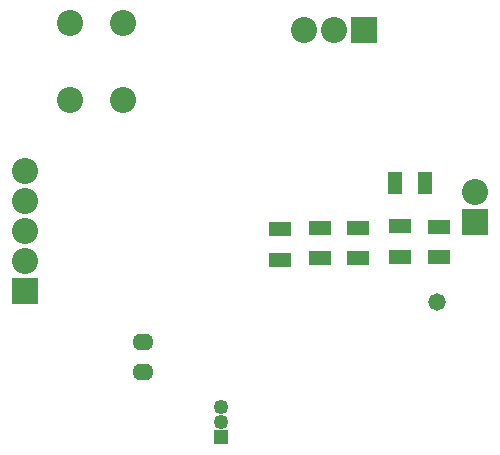
<source format=gbs>
G04*
G04 #@! TF.GenerationSoftware,Altium Limited,Altium Designer,21.0.9 (235)*
G04*
G04 Layer_Color=16711935*
%FSLAX44Y44*%
%MOMM*%
G71*
G04*
G04 #@! TF.SameCoordinates,A0518373-5DC4-4E38-8A05-EEFCEC3494AD*
G04*
G04*
G04 #@! TF.FilePolarity,Negative*
G04*
G01*
G75*
%ADD33R,1.3032X1.9032*%
%ADD35R,1.9032X1.3032*%
%ADD36O,1.8032X1.4032*%
%ADD37R,1.2532X1.2532*%
%ADD38C,1.2532*%
%ADD39R,2.2032X2.2032*%
%ADD40C,2.2032*%
%ADD41R,2.2032X2.2032*%
%ADD42C,1.4732*%
D33*
X680119Y640080D02*
D03*
X706120D02*
D03*
D35*
X717550Y603250D02*
D03*
Y577250D02*
D03*
X582930Y601311D02*
D03*
Y575310D02*
D03*
X648970Y576580D02*
D03*
Y602580D02*
D03*
X617220Y576580D02*
D03*
Y602580D02*
D03*
X684530Y577850D02*
D03*
Y603851D02*
D03*
D36*
X467360Y505460D02*
D03*
Y480060D02*
D03*
D37*
X533400Y425450D02*
D03*
D38*
Y438150D02*
D03*
Y450850D02*
D03*
D39*
X748030Y607060D02*
D03*
X367030Y548640D02*
D03*
D40*
X748030Y632460D02*
D03*
X628650Y769620D02*
D03*
X603250D02*
D03*
X450490Y775450D02*
D03*
X405490D02*
D03*
X450490Y710450D02*
D03*
X405490D02*
D03*
X367030Y599440D02*
D03*
Y574040D02*
D03*
Y624840D02*
D03*
Y650240D02*
D03*
D41*
X654050Y769620D02*
D03*
D42*
X716280Y539750D02*
D03*
M02*

</source>
